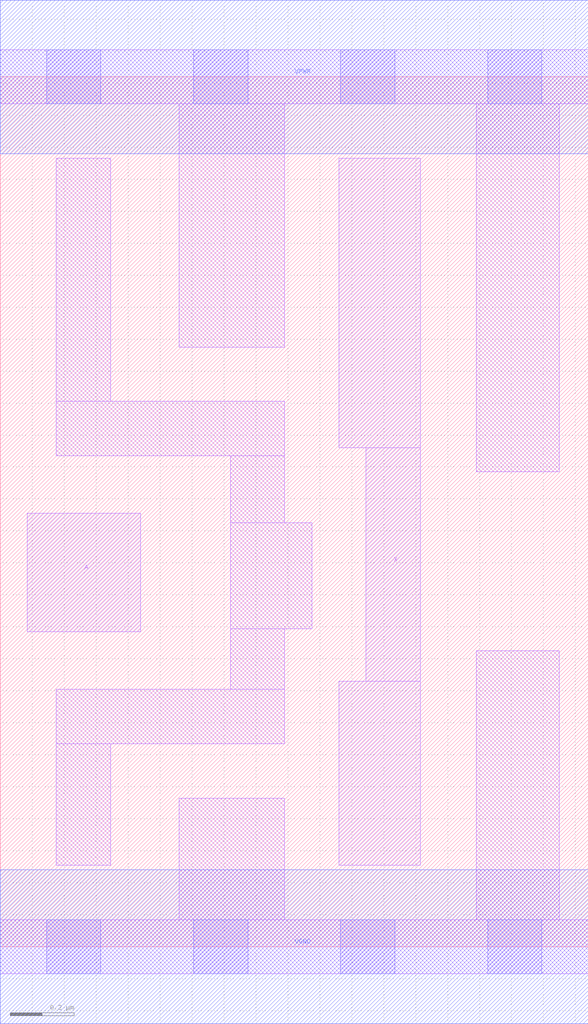
<source format=lef>
# Copyright 2020 The SkyWater PDK Authors
#
# Licensed under the Apache License, Version 2.0 (the "License");
# you may not use this file except in compliance with the License.
# You may obtain a copy of the License at
#
#     https://www.apache.org/licenses/LICENSE-2.0
#
# Unless required by applicable law or agreed to in writing, software
# distributed under the License is distributed on an "AS IS" BASIS,
# WITHOUT WARRANTIES OR CONDITIONS OF ANY KIND, either express or implied.
# See the License for the specific language governing permissions and
# limitations under the License.
#
# SPDX-License-Identifier: Apache-2.0

VERSION 5.7 ;
  NOWIREEXTENSIONATPIN ON ;
  DIVIDERCHAR "/" ;
  BUSBITCHARS "[]" ;
UNITS
  DATABASE MICRONS 200 ;
END UNITS
MACRO sky130_fd_sc_hd__buf_2
  CLASS CORE ;
  FOREIGN sky130_fd_sc_hd__buf_2 ;
  ORIGIN  0.000000  0.000000 ;
  SIZE  1.840000 BY  2.720000 ;
  SYMMETRY X Y R90 ;
  SITE unithd ;
  PIN A
    ANTENNAGATEAREA  0.159000 ;
    DIRECTION INPUT ;
    USE SIGNAL ;
    PORT
      LAYER li1 ;
        RECT 0.085000 0.985000 0.440000 1.355000 ;
    END
  END A
  PIN X
    ANTENNADIFFAREA  0.445500 ;
    DIRECTION OUTPUT ;
    USE SIGNAL ;
    PORT
      LAYER li1 ;
        RECT 1.060000 0.255000 1.315000 0.830000 ;
        RECT 1.060000 1.560000 1.315000 2.465000 ;
        RECT 1.145000 0.830000 1.315000 1.560000 ;
    END
  END X
  PIN VGND
    DIRECTION INOUT ;
    SHAPE ABUTMENT ;
    USE GROUND ;
    PORT
      LAYER met1 ;
        RECT 0.000000 -0.240000 1.840000 0.240000 ;
    END
  END VGND
  PIN VPWR
    DIRECTION INOUT ;
    SHAPE ABUTMENT ;
    USE POWER ;
    PORT
      LAYER met1 ;
        RECT 0.000000 2.480000 1.840000 2.960000 ;
    END
  END VPWR
  OBS
    LAYER li1 ;
      RECT 0.000000 -0.085000 1.840000 0.085000 ;
      RECT 0.000000  2.635000 1.840000 2.805000 ;
      RECT 0.175000  0.255000 0.345000 0.635000 ;
      RECT 0.175000  0.635000 0.890000 0.805000 ;
      RECT 0.175000  1.535000 0.890000 1.705000 ;
      RECT 0.175000  1.705000 0.345000 2.465000 ;
      RECT 0.560000  0.085000 0.890000 0.465000 ;
      RECT 0.560000  1.875000 0.890000 2.635000 ;
      RECT 0.720000  0.805000 0.890000 0.995000 ;
      RECT 0.720000  0.995000 0.975000 1.325000 ;
      RECT 0.720000  1.325000 0.890000 1.535000 ;
      RECT 1.490000  0.085000 1.750000 0.925000 ;
      RECT 1.490000  1.485000 1.750000 2.635000 ;
    LAYER mcon ;
      RECT 0.145000 -0.085000 0.315000 0.085000 ;
      RECT 0.145000  2.635000 0.315000 2.805000 ;
      RECT 0.605000 -0.085000 0.775000 0.085000 ;
      RECT 0.605000  2.635000 0.775000 2.805000 ;
      RECT 1.065000 -0.085000 1.235000 0.085000 ;
      RECT 1.065000  2.635000 1.235000 2.805000 ;
      RECT 1.525000 -0.085000 1.695000 0.085000 ;
      RECT 1.525000  2.635000 1.695000 2.805000 ;
  END
END sky130_fd_sc_hd__buf_2
END LIBRARY

</source>
